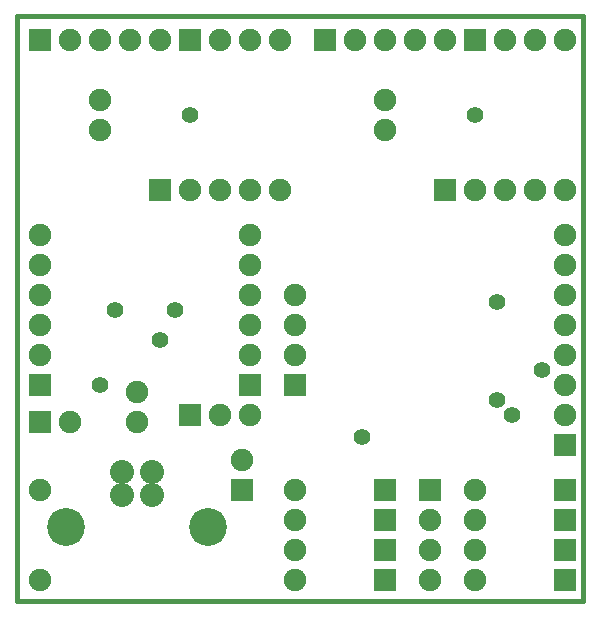
<source format=gbs>
G04 (created by PCBNEW-RS274X (2011-12-28 BZR 3254)-stable) date 2012. 03. 26. 13:23:25*
G01*
G70*
G90*
%MOIN*%
G04 Gerber Fmt 3.4, Leading zero omitted, Abs format*
%FSLAX34Y34*%
G04 APERTURE LIST*
%ADD10C,0.006000*%
%ADD11C,0.015000*%
%ADD12C,0.080000*%
%ADD13C,0.126300*%
%ADD14R,0.075000X0.075000*%
%ADD15C,0.075000*%
%ADD16C,0.055000*%
G04 APERTURE END LIST*
G54D10*
G54D11*
X23622Y-04724D02*
X04724Y-04724D01*
X23622Y-24213D02*
X23622Y-04724D01*
X04724Y-24213D02*
X23622Y-24213D01*
X04724Y-04724D02*
X04724Y-24213D01*
G54D12*
X09250Y-19900D03*
X08250Y-19900D03*
X08250Y-20687D03*
X09250Y-20687D03*
G54D13*
X11112Y-21750D03*
X06388Y-21750D03*
G54D14*
X23000Y-19000D03*
G54D15*
X23000Y-18000D03*
X23000Y-17000D03*
X23000Y-16000D03*
X23000Y-15000D03*
X23000Y-14000D03*
X23000Y-13000D03*
X23000Y-12000D03*
G54D14*
X12500Y-17000D03*
G54D15*
X12500Y-16000D03*
X12500Y-15000D03*
X12500Y-14000D03*
X12500Y-13000D03*
X12500Y-12000D03*
G54D14*
X05500Y-17000D03*
G54D15*
X05500Y-16000D03*
X05500Y-15000D03*
X05500Y-14000D03*
X05500Y-13000D03*
X05500Y-12000D03*
G54D14*
X15000Y-05500D03*
G54D15*
X16000Y-05500D03*
X17000Y-05500D03*
X18000Y-05500D03*
X19000Y-05500D03*
G54D14*
X19000Y-10500D03*
G54D15*
X20000Y-10500D03*
X21000Y-10500D03*
X22000Y-10500D03*
X23000Y-10500D03*
G54D14*
X09500Y-10500D03*
G54D15*
X10500Y-10500D03*
X11500Y-10500D03*
X12500Y-10500D03*
X13500Y-10500D03*
G54D14*
X05500Y-05500D03*
G54D15*
X06500Y-05500D03*
X07500Y-05500D03*
X08500Y-05500D03*
X09500Y-05500D03*
G54D14*
X20000Y-05500D03*
G54D15*
X21000Y-05500D03*
X22000Y-05500D03*
X23000Y-05500D03*
G54D14*
X10500Y-05500D03*
G54D15*
X11500Y-05500D03*
X12500Y-05500D03*
X13500Y-05500D03*
G54D14*
X14000Y-17000D03*
G54D15*
X14000Y-16000D03*
X14000Y-15000D03*
X14000Y-14000D03*
G54D14*
X18500Y-20500D03*
G54D15*
X18500Y-21500D03*
X18500Y-22500D03*
X18500Y-23500D03*
G54D14*
X10500Y-18000D03*
G54D15*
X11500Y-18000D03*
X12500Y-18000D03*
G54D14*
X05500Y-18250D03*
G54D15*
X06500Y-18250D03*
X05500Y-20500D03*
X05500Y-23500D03*
G54D14*
X17000Y-23500D03*
G54D15*
X14000Y-23500D03*
G54D14*
X23000Y-23500D03*
G54D15*
X20000Y-23500D03*
G54D14*
X17000Y-22500D03*
G54D15*
X14000Y-22500D03*
G54D14*
X23000Y-22500D03*
G54D15*
X20000Y-22500D03*
G54D14*
X17000Y-21500D03*
G54D15*
X14000Y-21500D03*
G54D14*
X23000Y-21500D03*
G54D15*
X20000Y-21500D03*
G54D14*
X17000Y-20500D03*
G54D15*
X14000Y-20500D03*
G54D14*
X23000Y-20500D03*
G54D15*
X20000Y-20500D03*
X08750Y-18250D03*
X08750Y-17250D03*
X07500Y-08500D03*
X07500Y-07500D03*
X17000Y-08500D03*
X17000Y-07500D03*
G54D14*
X12250Y-20500D03*
G54D15*
X12250Y-19500D03*
G54D16*
X21250Y-18000D03*
X22250Y-16500D03*
X20750Y-14250D03*
X10500Y-08000D03*
X08000Y-14500D03*
X07500Y-17000D03*
X10000Y-14500D03*
X20000Y-08000D03*
X16250Y-18750D03*
X09500Y-15500D03*
X20750Y-17500D03*
M02*

</source>
